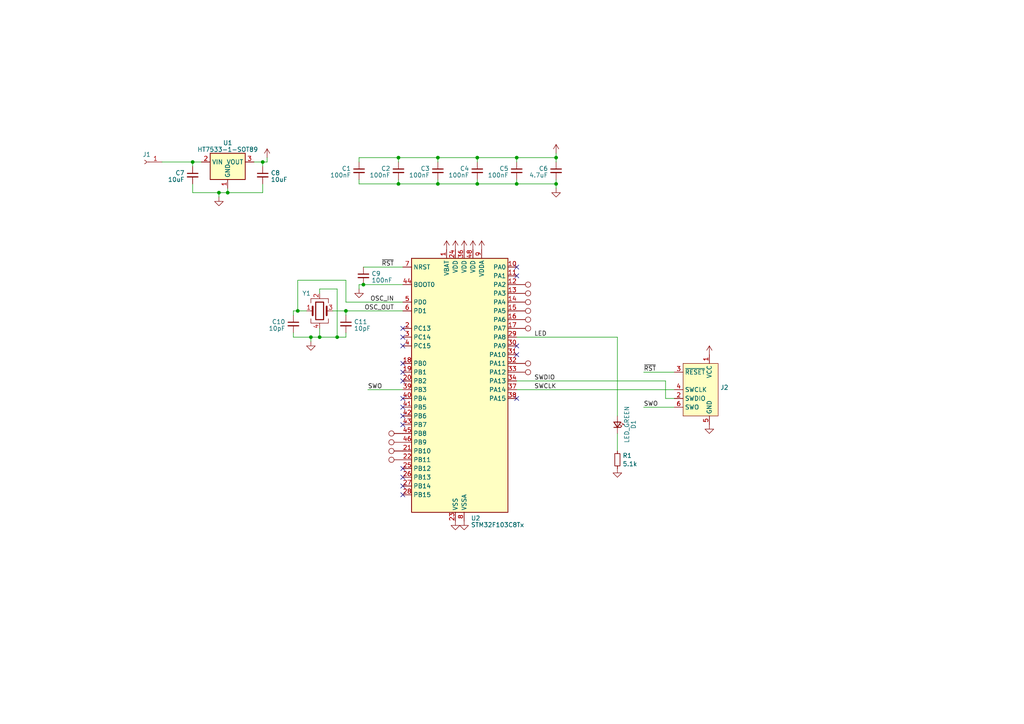
<source format=kicad_sch>
(kicad_sch (version 20231120) (generator "eeschema") (generator_version "8.0")
  (paper "A4")
  (lib_symbols
    (symbol "Connector:Conn_01x01_Socket" (pin_names (offset 1.016) hide)
      (property "Reference" "J" (at 0 2.54 0))
      (property "Value" "Conn_01x01_Socket" (at 0 -2.54 0))
      (symbol "Conn_01x01_Socket_1_1"
        (polyline (pts (xy -1.27 0) (xy -0.508 0)) (stroke (width 0.1524)))
        (arc (start 0 0.508) (mid -0.5058 0) (end 0 -0.508) (stroke (width 0.1524)))
        (pin passive line (at -5.08 0 0) (length 3.81) (name "Pin_1") (number "1"))
      )
    )
    (symbol "Connector:Conn_ARM_SWD_TagConnect_TC2030-NL" (in_bom no)
      (property "Reference" "J" (at 2.54 11.43 0))
      (property "Value" "Conn_ARM_SWD_TagConnect_TC2030-NL" (at 2.54 8.89 0))
      (symbol "Conn_ARM_SWD_TagConnect_TC2030-NL_0_0"
        (pin power_in line (at -2.54 10.16 270) (length 2.54) (name "VCC") (number "1"))
        (pin bidirectional line (at 7.62 -2.54 180) (length 2.54) (name "SWDIO") (number "2"))
        (pin open_collector line (at 7.62 5.08 180) (length 2.54) (name "~{RESET}") (number "3"))
        (pin output line (at 7.62 0 180) (length 2.54) (name "SWCLK") (number "4"))
        (pin power_in line (at -2.54 -10.16 90) (length 2.54) (name "GND") (number "5"))
        (pin input line (at 7.62 -5.08 180) (length 2.54) (name "SWO") (number "6"))
      )
      (symbol "Conn_ARM_SWD_TagConnect_TC2030-NL_0_1"
        (rectangle (start -5.08 7.62) (end 5.08 -7.62) (fill (type background)))
      )
    )
    (symbol "Connector:TestPoint" (pin_numbers hide) (pin_names (offset 0.762) hide)
      (property "Reference" "TP" (at 0 6.858 0))
      (property "Value" "TestPoint" (at 0 5.08 0))
      (symbol "TestPoint_0_1"
        (circle (center 0 3.302) (radius 0.762))
      )
      (symbol "TestPoint_1_1"
        (pin passive line (at 0 0 90) (length 2.54) (name "1") (number "1"))
      )
    )
    (symbol "Device:C_Small" (pin_numbers hide) (pin_names (offset 0.254) hide)
      (property "Reference" "C" (at 0.254 1.778 0))
      (property "Value" "C_Small" (at 0.254 -2.032 0))
      (symbol "C_Small_0_1"
        (polyline (pts (xy -1.524 -0.508) (xy 1.524 -0.508)) (stroke (width 0.3302)))
        (polyline (pts (xy -1.524 0.508) (xy 1.524 0.508)) (stroke (width 0.3048)))
      )
      (symbol "C_Small_1_1"
        (pin passive line (at 0 2.54 270) (length 2.032) (name "~") (number "1"))
        (pin passive line (at 0 -2.54 90) (length 2.032) (name "~") (number "2"))
      )
    )
    (symbol "Device:Crystal_GND24" (pin_names (offset 1.016) hide)
      (property "Reference" "Y" (at 3.175 5.08 0))
      (property "Value" "Crystal_GND24" (at 3.175 3.175 0))
      (symbol "Crystal_GND24_0_1"
        (rectangle (start -1.143 2.54) (end 1.143 -2.54) (stroke (width 0.3048)))
        (polyline (pts (xy -2.54 0) (xy -2.032 0)))
        (polyline (pts (xy -2.032 -1.27) (xy -2.032 1.27)) (stroke (width 0.508)))
        (polyline (pts (xy 0 -3.81) (xy 0 -3.556)))
        (polyline (pts (xy 0 3.556) (xy 0 3.81)))
        (polyline (pts (xy 2.032 -1.27) (xy 2.032 1.27)) (stroke (width 0.508)))
        (polyline (pts (xy 2.032 0) (xy 2.54 0)))
        (polyline (pts (xy -2.54 -2.286) (xy -2.54 -3.556) (xy 2.54 -3.556) (xy 2.54 -2.286)))
        (polyline (pts (xy -2.54 2.286) (xy -2.54 3.556) (xy 2.54 3.556) (xy 2.54 2.286)))
      )
      (symbol "Crystal_GND24_1_1"
        (pin passive line (at -3.81 0 0) (length 1.27) (name "1") (number "1"))
        (pin passive line (at 0 5.08 270) (length 1.27) (name "2") (number "2"))
        (pin passive line (at 3.81 0 180) (length 1.27) (name "3") (number "3"))
        (pin passive line (at 0 -5.08 90) (length 1.27) (name "4") (number "4"))
      )
    )
    (symbol "Device:LED_Small" (pin_numbers hide) (pin_names (offset 0.254) hide)
      (property "Reference" "D" (at -1.27 3.175 0))
      (property "Value" "LED_Small" (at -4.445 -2.54 0))
      (symbol "LED_Small_0_1"
        (polyline (pts (xy -0.762 -1.016) (xy -0.762 1.016)) (stroke (width 0.254)))
        (polyline (pts (xy 1.016 0) (xy -0.762 0)))
        (polyline (pts (xy 0.762 -1.016) (xy -0.762 0) (xy 0.762 1.016) (xy 0.762 -1.016)) (stroke (width 0.254)))
        (polyline (pts (xy 0 0.762) (xy -0.508 1.27) (xy -0.254 1.27) (xy -0.508 1.27) (xy -0.508 1.016)))
        (polyline (pts (xy 0.508 1.27) (xy 0 1.778) (xy 0.254 1.778) (xy 0 1.778) (xy 0 1.524)))
      )
      (symbol "LED_Small_1_1"
        (pin passive line (at -2.54 0 0) (length 1.778) (name "K") (number "1"))
        (pin passive line (at 2.54 0 180) (length 1.778) (name "A") (number "2"))
      )
    )
    (symbol "Device:R_Small" (pin_numbers hide) (pin_names (offset 0.254) hide)
      (property "Reference" "R" (at 0.762 0.508 0))
      (property "Value" "R_Small" (at 0.762 -1.016 0))
      (symbol "R_Small_0_1"
        (rectangle (start -0.762 1.778) (end 0.762 -1.778) (stroke (width 0.2032)))
      )
      (symbol "R_Small_1_1"
        (pin passive line (at 0 2.54 270) (length 0.762) (name "~") (number "1"))
        (pin passive line (at 0 -2.54 90) (length 0.762) (name "~") (number "2"))
      )
    )
    (symbol "MCU_ST_STM32F1:STM32F103C8Tx"
      (property "Reference" "U" (at -12.7 39.37 0))
      (property "Value" "STM32F103C8Tx" (at 10.16 39.37 0))
      (symbol "STM32F103C8Tx_0_1"
        (rectangle (start -12.7 -35.56) (end 15.24 38.1) (stroke (width 0.254)) (fill (type background)))
      )
      (symbol "STM32F103C8Tx_1_1"
        (pin power_in line (at -2.54 40.64 270) (length 2.54) (name "VBAT") (number "1"))
        (pin bidirectional line (at 17.78 35.56 180) (length 2.54) (name "PA0") (number "10"))
        (pin bidirectional line (at 17.78 33.02 180) (length 2.54) (name "PA1") (number "11"))
        (pin bidirectional line (at 17.78 30.48 180) (length 2.54) (name "PA2") (number "12"))
        (pin bidirectional line (at 17.78 27.94 180) (length 2.54) (name "PA3") (number "13"))
        (pin bidirectional line (at 17.78 25.4 180) (length 2.54) (name "PA4") (number "14"))
        (pin bidirectional line (at 17.78 22.86 180) (length 2.54) (name "PA5") (number "15"))
        (pin bidirectional line (at 17.78 20.32 180) (length 2.54) (name "PA6") (number "16"))
        (pin bidirectional line (at 17.78 17.78 180) (length 2.54) (name "PA7") (number "17"))
        (pin bidirectional line (at -15.24 7.62 0) (length 2.54) (name "PB0") (number "18"))
        (pin bidirectional line (at -15.24 5.08 0) (length 2.54) (name "PB1") (number "19"))
        (pin bidirectional line (at -15.24 17.78 0) (length 2.54) (name "PC13") (number "2"))
        (pin bidirectional line (at -15.24 2.54 0) (length 2.54) (name "PB2") (number "20"))
        (pin bidirectional line (at -15.24 -17.78 0) (length 2.54) (name "PB10") (number "21"))
        (pin bidirectional line (at -15.24 -20.32 0) (length 2.54) (name "PB11") (number "22"))
        (pin power_in line (at 0 -38.1 90) (length 2.54) (name "VSS") (number "23"))
        (pin power_in line (at 0 40.64 270) (length 2.54) (name "VDD") (number "24"))
        (pin bidirectional line (at -15.24 -22.86 0) (length 2.54) (name "PB12") (number "25"))
        (pin bidirectional line (at -15.24 -25.4 0) (length 2.54) (name "PB13") (number "26"))
        (pin bidirectional line (at -15.24 -27.94 0) (length 2.54) (name "PB14") (number "27"))
        (pin bidirectional line (at -15.24 -30.48 0) (length 2.54) (name "PB15") (number "28"))
        (pin bidirectional line (at 17.78 15.24 180) (length 2.54) (name "PA8") (number "29"))
        (pin bidirectional line (at -15.24 15.24 0) (length 2.54) (name "PC14") (number "3"))
        (pin bidirectional line (at 17.78 12.7 180) (length 2.54) (name "PA9") (number "30"))
        (pin bidirectional line (at 17.78 10.16 180) (length 2.54) (name "PA10") (number "31"))
        (pin bidirectional line (at 17.78 7.62 180) (length 2.54) (name "PA11") (number "32"))
        (pin bidirectional line (at 17.78 5.08 180) (length 2.54) (name "PA12") (number "33"))
        (pin bidirectional line (at 17.78 2.54 180) (length 2.54) (name "PA13") (number "34"))
        (pin passive line (at 0 -38.1 90) (length 2.54) hide (name "VSS") (number "35"))
        (pin power_in line (at 2.54 40.64 270) (length 2.54) (name "VDD") (number "36"))
        (pin bidirectional line (at 17.78 0 180) (length 2.54) (name "PA14") (number "37"))
        (pin bidirectional line (at 17.78 -2.54 180) (length 2.54) (name "PA15") (number "38"))
        (pin bidirectional line (at -15.24 0 0) (length 2.54) (name "PB3") (number "39"))
        (pin bidirectional line (at -15.24 12.7 0) (length 2.54) (name "PC15") (number "4"))
        (pin bidirectional line (at -15.24 -2.54 0) (length 2.54) (name "PB4") (number "40"))
        (pin bidirectional line (at -15.24 -5.08 0) (length 2.54) (name "PB5") (number "41"))
        (pin bidirectional line (at -15.24 -7.62 0) (length 2.54) (name "PB6") (number "42"))
        (pin bidirectional line (at -15.24 -10.16 0) (length 2.54) (name "PB7") (number "43"))
        (pin input line (at -15.24 30.48 0) (length 2.54) (name "BOOT0") (number "44"))
        (pin bidirectional line (at -15.24 -12.7 0) (length 2.54) (name "PB8") (number "45"))
        (pin bidirectional line (at -15.24 -15.24 0) (length 2.54) (name "PB9") (number "46"))
        (pin passive line (at 0 -38.1 90) (length 2.54) hide (name "VSS") (number "47"))
        (pin power_in line (at 5.08 40.64 270) (length 2.54) (name "VDD") (number "48"))
        (pin bidirectional line (at -15.24 25.4 0) (length 2.54) (name "PD0") (number "5"))
        (pin bidirectional line (at -15.24 22.86 0) (length 2.54) (name "PD1") (number "6"))
        (pin input line (at -15.24 35.56 0) (length 2.54) (name "NRST") (number "7"))
        (pin power_in line (at 2.54 -38.1 90) (length 2.54) (name "VSSA") (number "8"))
        (pin power_in line (at 7.62 40.64 270) (length 2.54) (name "VDDA") (number "9"))
      )
    )
    (symbol "Regulator_Linear:HT75xx-1-SOT89"
      (property "Reference" "U" (at -5.08 -3.81 0))
      (property "Value" "HT75xx-1-SOT89" (at 0 6.35 0))
      (symbol "HT75xx-1-SOT89_0_1"
        (rectangle (start -5.08 5.08) (end 5.08 -2.54) (stroke (width 0.254)) (fill (type background)))
      )
      (symbol "HT75xx-1-SOT89_1_1"
        (pin power_in line (at 0 -5.08 90) (length 2.54) (name "GND") (number "1"))
        (pin power_in line (at -7.62 2.54 0) (length 2.54) (name "VIN") (number "2"))
        (pin power_out line (at 7.62 2.54 180) (length 2.54) (name "VOUT") (number "3"))
      )
    )
    (symbol "power:GND" (power) (pin_names (offset 0))
      (property "Value" "GND" (at 0 -3.81 0))
      (symbol "GND_0_1"
        (polyline (pts (xy 0 0) (xy 0 -1.27) (xy 1.27 -1.27) (xy 0 -2.54) (xy -1.27 -1.27) (xy 0 -1.27)))
      )
      (symbol "GND_1_1"
        (pin power_in line (at 0 0 270) (length 0) hide (name "GND") (number "1"))
      )
    )
    (symbol "power:VCC" (power) (pin_names (offset 0))
      (property "Value" "VCC" (at 0 3.81 0))
      (symbol "VCC_0_1"
        (polyline (pts (xy -0.762 1.27) (xy 0 2.54)))
        (polyline (pts (xy 0 0) (xy 0 2.54)))
        (polyline (pts (xy 0 2.54) (xy 0.762 1.27)))
      )
      (symbol "VCC_1_1"
        (pin power_in line (at 0 0 90) (length 0) hide (name "VCC") (number "1"))
      )
    )
  )
  (junction (at 90.17 97.79))
  (junction (at 161.29 45.72))
  (junction (at 149.86 45.72))
  (junction (at 76.2 46.99))
  (junction (at 149.86 53.34))
  (junction (at 138.43 45.72))
  (junction (at 115.57 53.34))
  (junction (at 97.79 97.79))
  (junction (at 138.43 53.34))
  (junction (at 55.88 46.99))
  (junction (at 92.71 97.79))
  (junction (at 100.33 90.17))
  (junction (at 115.57 45.72))
  (junction (at 86.36 90.17))
  (junction (at 66.04 55.88))
  (junction (at 127 53.34))
  (junction (at 161.29 53.34))
  (junction (at 105.41 82.55))
  (junction (at 63.5 55.88))
  (junction (at 127 45.72))
  (no_connect (at 116.84 97.79))
  (no_connect (at 149.86 80.01))
  (no_connect (at 116.84 107.95))
  (no_connect (at 149.86 102.87))
  (no_connect (at 116.84 138.43))
  (no_connect (at 116.84 100.33))
  (no_connect (at 116.84 115.57))
  (no_connect (at 116.84 123.19))
  (no_connect (at 116.84 118.11))
  (no_connect (at 116.84 105.41))
  (no_connect (at 116.84 135.89))
  (no_connect (at 149.86 77.47))
  (no_connect (at 116.84 143.51))
  (no_connect (at 116.84 110.49))
  (no_connect (at 149.86 100.33))
  (no_connect (at 116.84 140.97))
  (no_connect (at 116.84 120.65))
  (no_connect (at 149.86 115.57))
  (no_connect (at 116.84 95.25))
  (wire (pts (xy 63.5 55.88) (xy 63.5 57.15)))
  (wire (pts (xy 92.71 85.09) (xy 92.71 83.82)))
  (wire (pts (xy 66.04 55.88) (xy 66.04 54.61)))
  (wire (pts (xy 115.57 53.34) (xy 104.14 53.34)))
  (wire (pts (xy 86.36 90.17) (xy 86.36 81.28)))
  (wire (pts (xy 161.29 53.34) (xy 161.29 54.61)))
  (wire (pts (xy 106.68 113.03) (xy 116.84 113.03)))
  (wire (pts (xy 138.43 53.34) (xy 127 53.34)))
  (wire (pts (xy 105.41 77.47) (xy 116.84 77.47)))
  (wire (pts (xy 104.14 82.55) (xy 104.14 83.82)))
  (wire (pts (xy 115.57 45.72) (xy 115.57 46.99)))
  (wire (pts (xy 55.88 46.99) (xy 55.88 48.26)))
  (wire (pts (xy 161.29 52.07) (xy 161.29 53.34)))
  (wire (pts (xy 100.33 81.28) (xy 86.36 81.28)))
  (wire (pts (xy 55.88 55.88) (xy 63.5 55.88)))
  (wire (pts (xy 86.36 90.17) (xy 88.9 90.17)))
  (wire (pts (xy 100.33 90.17) (xy 100.33 91.44)))
  (wire (pts (xy 90.17 97.79) (xy 92.71 97.79)))
  (wire (pts (xy 193.04 115.57) (xy 195.58 115.57)))
  (wire (pts (xy 85.09 96.52) (xy 85.09 97.79)))
  (wire (pts (xy 96.52 90.17) (xy 100.33 90.17)))
  (wire (pts (xy 55.88 53.34) (xy 55.88 55.88)))
  (wire (pts (xy 97.79 83.82) (xy 97.79 97.79)))
  (wire (pts (xy 76.2 55.88) (xy 66.04 55.88)))
  (wire (pts (xy 105.41 82.55) (xy 104.14 82.55)))
  (wire (pts (xy 161.29 45.72) (xy 161.29 46.99)))
  (wire (pts (xy 179.07 125.73) (xy 179.07 130.81)))
  (wire (pts (xy 58.42 46.99) (xy 55.88 46.99)))
  (wire (pts (xy 138.43 45.72) (xy 138.43 46.99)))
  (wire (pts (xy 127 45.72) (xy 115.57 45.72)))
  (wire (pts (xy 138.43 52.07) (xy 138.43 53.34)))
  (wire (pts (xy 127 52.07) (xy 127 53.34)))
  (wire (pts (xy 127 53.34) (xy 115.57 53.34)))
  (wire (pts (xy 85.09 90.17) (xy 86.36 90.17)))
  (wire (pts (xy 186.69 107.95) (xy 195.58 107.95)))
  (wire (pts (xy 149.86 45.72) (xy 149.86 46.99)))
  (wire (pts (xy 115.57 52.07) (xy 115.57 53.34)))
  (wire (pts (xy 92.71 83.82) (xy 97.79 83.82)))
  (wire (pts (xy 149.86 110.49) (xy 193.04 110.49)))
  (wire (pts (xy 76.2 46.99) (xy 77.47 46.99)))
  (wire (pts (xy 149.86 45.72) (xy 138.43 45.72)))
  (wire (pts (xy 76.2 46.99) (xy 76.2 48.26)))
  (wire (pts (xy 193.04 110.49) (xy 193.04 115.57)))
  (wire (pts (xy 100.33 87.63) (xy 116.84 87.63)))
  (wire (pts (xy 90.17 97.79) (xy 90.17 99.06)))
  (wire (pts (xy 100.33 90.17) (xy 116.84 90.17)))
  (wire (pts (xy 161.29 44.45) (xy 161.29 45.72)))
  (wire (pts (xy 85.09 97.79) (xy 90.17 97.79)))
  (wire (pts (xy 115.57 45.72) (xy 104.14 45.72)))
  (wire (pts (xy 92.71 97.79) (xy 97.79 97.79)))
  (wire (pts (xy 149.86 52.07) (xy 149.86 53.34)))
  (wire (pts (xy 77.47 46.99) (xy 77.47 45.72)))
  (wire (pts (xy 46.99 46.99) (xy 55.88 46.99)))
  (wire (pts (xy 149.86 97.79) (xy 179.07 97.79)))
  (wire (pts (xy 186.69 118.11) (xy 195.58 118.11)))
  (wire (pts (xy 100.33 96.52) (xy 100.33 97.79)))
  (wire (pts (xy 138.43 45.72) (xy 127 45.72)))
  (wire (pts (xy 179.07 97.79) (xy 179.07 120.65)))
  (wire (pts (xy 97.79 97.79) (xy 100.33 97.79)))
  (wire (pts (xy 76.2 53.34) (xy 76.2 55.88)))
  (wire (pts (xy 63.5 55.88) (xy 66.04 55.88)))
  (wire (pts (xy 161.29 53.34) (xy 149.86 53.34)))
  (wire (pts (xy 92.71 95.25) (xy 92.71 97.79)))
  (wire (pts (xy 149.86 53.34) (xy 138.43 53.34)))
  (wire (pts (xy 100.33 87.63) (xy 100.33 81.28)))
  (wire (pts (xy 104.14 53.34) (xy 104.14 52.07)))
  (wire (pts (xy 73.66 46.99) (xy 76.2 46.99)))
  (wire (pts (xy 104.14 45.72) (xy 104.14 46.99)))
  (wire (pts (xy 127 45.72) (xy 127 46.99)))
  (wire (pts (xy 116.84 82.55) (xy 105.41 82.55)))
  (wire (pts (xy 149.86 113.03) (xy 195.58 113.03)))
  (wire (pts (xy 85.09 90.17) (xy 85.09 91.44)))
  (wire (pts (xy 161.29 45.72) (xy 149.86 45.72)))
  (label "SWCLK" (at 154.94 113.03 0))
  (label "OSC_OUT" (at 114.3 90.17 180))
  (label "SWO" (at 106.68 113.03 0))
  (label "LED" (at 154.94 97.79 0))
  (label "SWO" (at 186.69 118.11 0))
  (label "~{RST}" (at 186.69 107.95 0))
  (label "~{RST}" (at 114.3 77.47 180))
  (label "OSC_IN" (at 114.3 87.63 180))
  (label "SWDIO" (at 154.94 110.49 0))
  (symbol (lib_id "Device:C_Small") (at 100.33 93.98 0) (unit 1)
    (property "Reference" "C11" (at 102.6541 93.3426 0) (effects (justify left)))
    (property "Value" "10pF" (at 102.6541 95.2636 0) (effects (justify left)))
    (property "Footprint" "Capacitor_SMD:C_0402_1005Metric" (effects (hide yes)))
  )
  (symbol (lib_id "Connector:TestPoint") (at 149.86 85.09 270) (unit 1)
    (property "Reference" "TP2" (effects (hide yes)))
    (property "Value" "TestPoint" (effects (hide yes)))
  )
  (symbol (lib_id "Connector:Conn_01x01_Socket") (at 41.91 46.99 180) (unit 1)
    (property "Reference" "J1" (at 42.545 44.8127 0))
    (property "Value" "Conn_01x01_Socket" (effects (hide yes)))
  )
  (symbol (lib_id "Connector:TestPoint") (at 149.86 87.63 270) (unit 1)
    (property "Reference" "TP3" (effects (hide yes)))
    (property "Value" "TestPoint" (effects (hide yes)))
  )
  (symbol (lib_id "Regulator_Linear:HT75xx-1-SOT89") (at 66.04 49.53 0) (unit 1)
    (property "Reference" "U1" (at 66.04 41.4401 0))
    (property "Value" "HT7533-1-SOT89" (at 66.04 43.3611 0))
    (property "Footprint" "Package_TO_SOT_SMD:SOT-89-3" (effects (hide yes)))
    (property "Datasheet" "https://www.holtek.com/documents/10179/116711/HT75xx-1v250.pdf" (effects (hide yes)))
  )
  (symbol (lib_id "power:VCC") (at 137.16 72.39 0) (unit 1)
    (property "Reference" "#PWR08" (effects (hide yes)))
    (property "Value" "VCC" (effects (hide yes)))
  )
  (symbol (lib_id "power:GND") (at 63.5 57.15 0) (unit 1)
    (property "Reference" "#PWR04" (effects (hide yes)))
    (property "Value" "GND" (effects (hide yes)))
  )
  (symbol (lib_id "power:GND") (at 161.29 54.61 0) (mirror y) (unit 1)
    (property "Reference" "#PWR03" (effects (hide yes)))
    (property "Value" "GND" (effects (hide yes)))
  )
  (symbol (lib_id "Device:C_Small") (at 138.43 49.53 0) (mirror y) (unit 1)
    (property "Reference" "C4" (at 136.1059 48.8926 0) (effects (justify left)))
    (property "Value" "100nF" (at 136.1059 50.8136 0) (effects (justify left)))
    (property "Footprint" "Capacitor_SMD:C_0402_1005Metric" (effects (hide yes)))
  )
  (symbol (lib_id "MCU_ST_STM32F1:STM32F103C8Tx") (at 132.08 113.03 0) (unit 1)
    (property "Reference" "U2" (at 136.5759 150.3125 0) (effects (justify left)))
    (property "Value" "STM32F103C8Tx" (at 136.5759 152.2335 0) (effects (justify left)))
    (property "Footprint" "Package_QFP:LQFP-48_7x7mm_P0.5mm" (effects (hide yes)))
    (property "Datasheet" "https://www.st.com/resource/en/datasheet/stm32f103c8.pdf" (effects (hide yes)))
  )
  (symbol (lib_id "Device:C_Small") (at 85.09 93.98 0) (mirror y) (unit 1)
    (property "Reference" "C10" (at 82.7659 93.3426 0) (effects (justify left)))
    (property "Value" "10pF" (at 82.7659 95.2636 0) (effects (justify left)))
    (property "Footprint" "Capacitor_SMD:C_0402_1005Metric" (effects (hide yes)))
  )
  (symbol (lib_id "Device:C_Small") (at 55.88 50.8 0) (mirror y) (unit 1)
    (property "Reference" "C7" (at 53.5559 50.1626 0) (effects (justify left)))
    (property "Value" "10uF" (at 53.5559 52.0836 0) (effects (justify left)))
    (property "Footprint" "Capacitor_SMD:C_0805_2012Metric" (effects (hide yes)))
  )
  (symbol (lib_id "power:GND") (at 205.74 123.19 0) (unit 1)
    (property "Reference" "#PWR013" (effects (hide yes)))
    (property "Value" "GND" (effects (hide yes)))
  )
  (symbol (lib_id "Device:Crystal_GND24") (at 92.71 90.17 0) (unit 1)
    (property "Reference" "Y1" (at 88.9 85.09 0))
    (property "Value" "Crystal_GND24" (effects (hide yes)))
    (property "Footprint" "Crystal:Crystal_SMD_3225-4Pin_3.2x2.5mm" (effects (hide yes)))
  )
  (symbol (lib_id "Connector:TestPoint") (at 149.86 92.71 270) (unit 1)
    (property "Reference" "TP5" (effects (hide yes)))
    (property "Value" "TestPoint" (effects (hide yes)))
  )
  (symbol (lib_id "power:VCC") (at 161.29 44.45 0) (mirror y) (unit 1)
    (property "Reference" "#PWR01" (effects (hide yes)))
    (property "Value" "VCC" (effects (hide yes)))
  )
  (symbol (lib_id "power:VCC") (at 77.47 45.72 0) (unit 1)
    (property "Reference" "#PWR02" (effects (hide yes)))
    (property "Value" "VCC" (effects (hide yes)))
  )
  (symbol (lib_id "Connector:TestPoint") (at 149.86 82.55 270) (unit 1)
    (property "Reference" "TP1" (effects (hide yes)))
    (property "Value" "TestPoint" (effects (hide yes)))
  )
  (symbol (lib_id "power:VCC") (at 139.7 72.39 0) (unit 1)
    (property "Reference" "#PWR09" (effects (hide yes)))
    (property "Value" "VCC" (effects (hide yes)))
  )
  (symbol (lib_id "Device:C_Small") (at 161.29 49.53 0) (mirror y) (unit 1)
    (property "Reference" "C6" (at 158.9659 48.8926 0) (effects (justify left)))
    (property "Value" "4.7uF" (at 158.9659 50.8136 0) (effects (justify left)))
    (property "Footprint" "Capacitor_SMD:C_1206_3216Metric" (effects (hide yes)))
  )
  (symbol (lib_id "power:GND") (at 90.17 99.06 0) (unit 1)
    (property "Reference" "#PWR011" (effects (hide yes)))
    (property "Value" "GND" (effects (hide yes)))
  )
  (symbol (lib_id "Device:LED_Small") (at 179.07 123.19 270) (mirror x) (unit 1)
    (property "Reference" "D1" (at 183.7309 123.1265 0))
    (property "Value" "LED_GREEN" (at 181.8099 123.1265 0))
    (property "Footprint" "LED_SMD:LED_0603_1608Metric" (effects (hide yes)))
  )
  (symbol (lib_id "Device:R_Small") (at 179.07 133.35 0) (unit 1)
    (property "Reference" "R1" (at 180.5686 132.1379 0) (effects (justify left)))
    (property "Value" "5.1k" (at 180.5686 134.5621 0) (effects (justify left)))
    (property "Footprint" "Resistor_SMD:R_0402_1005Metric" (effects (hide yes)))
  )
  (symbol (lib_id "Device:C_Small") (at 76.2 50.8 0) (unit 1)
    (property "Reference" "C8" (at 78.5241 50.1626 0) (effects (justify left)))
    (property "Value" "10uF" (at 78.5241 52.0836 0) (effects (justify left)))
    (property "Footprint" "Capacitor_SMD:C_0805_2012Metric" (effects (hide yes)))
  )
  (symbol (lib_id "Connector:Conn_ARM_SWD_TagConnect_TC2030-NL") (at 203.2 113.03 0) (mirror y) (unit 1)
    (property "Reference" "J2" (at 208.915 112.3863 0) (effects (justify right)))
    (property "Value" "Conn_ARM_SWD_TagConnect_TC2030-NL" (effects (hide yes)))
    (property "Footprint" "Connector:Tag-Connect_TC2030-IDC-NL_2x03_P1.27mm_Vertical" (effects (hide yes)))
    (property "Datasheet" "https://www.tag-connect.com/wp-content/uploads/bsk-pdf-manager/TC2030-CTX_1.pdf" (effects (hide yes)))
  )
  (symbol (lib_id "Device:C_Small") (at 149.86 49.53 0) (mirror y) (unit 1)
    (property "Reference" "C5" (at 147.5359 48.8926 0) (effects (justify left)))
    (property "Value" "100nF" (at 147.5359 50.8136 0) (effects (justify left)))
    (property "Footprint" "Capacitor_SMD:C_0402_1005Metric" (effects (hide yes)))
  )
  (symbol (lib_id "Device:C_Small") (at 127 49.53 0) (mirror y) (unit 1)
    (property "Reference" "C3" (at 124.6759 48.8926 0) (effects (justify left)))
    (property "Value" "100nF" (at 124.6759 50.8136 0) (effects (justify left)))
    (property "Footprint" "Capacitor_SMD:C_0402_1005Metric" (effects (hide yes)))
  )
  (symbol (lib_id "power:VCC") (at 134.62 72.39 0) (unit 1)
    (property "Reference" "#PWR07" (effects (hide yes)))
    (property "Value" "VCC" (effects (hide yes)))
  )
  (symbol (lib_id "power:VCC") (at 205.74 102.87 0) (unit 1)
    (property "Reference" "#PWR012" (effects (hide yes)))
    (property "Value" "VCC" (effects (hide yes)))
  )
  (symbol (lib_id "Device:C_Small") (at 105.41 80.01 0) (unit 1)
    (property "Reference" "C9" (at 107.7341 79.3726 0) (effects (justify left)))
    (property "Value" "100nF" (at 107.7341 81.2936 0) (effects (justify left)))
    (property "Footprint" "Capacitor_SMD:C_0402_1005Metric" (effects (hide yes)))
  )
  (symbol (lib_id "Connector:TestPoint") (at 116.84 125.73 90) (unit 1)
    (property "Reference" "TP9" (effects (hide yes)))
    (property "Value" "TestPoint" (effects (hide yes)))
  )
  (symbol (lib_id "Connector:TestPoint") (at 149.86 90.17 270) (unit 1)
    (property "Reference" "TP4" (effects (hide yes)))
    (property "Value" "TestPoint" (effects (hide yes)))
  )
  (symbol (lib_id "power:GND") (at 132.08 151.13 0) (unit 1)
    (property "Reference" "#PWR015" (effects (hide yes)))
    (property "Value" "GND" (effects (hide yes)))
  )
  (symbol (lib_id "power:GND") (at 179.07 135.89 0) (unit 1)
    (property "Reference" "#PWR014" (effects (hide yes)))
    (property "Value" "GND" (effects (hide yes)))
  )
  (symbol (lib_id "power:VCC") (at 132.08 72.39 0) (unit 1)
    (property "Reference" "#PWR06" (effects (hide yes)))
    (property "Value" "VCC" (effects (hide yes)))
  )
  (symbol (lib_id "Connector:TestPoint") (at 116.84 130.81 90) (unit 1)
    (property "Reference" "TP11" (effects (hide yes)))
    (property "Value" "TestPoint" (effects (hide yes)))
  )
  (symbol (lib_id "Device:C_Small") (at 104.14 49.53 0) (mirror y) (unit 1)
    (property "Reference" "C1" (at 101.8159 48.8926 0) (effects (justify left)))
    (property "Value" "100nF" (at 101.8159 50.8136 0) (effects (justify left)))
    (property "Footprint" "Capacitor_SMD:C_0402_1005Metric" (effects (hide yes)))
  )
  (symbol (lib_id "Connector:TestPoint") (at 149.86 105.41 270) (unit 1)
    (property "Reference" "TP7" (effects (hide yes)))
    (property "Value" "TestPoint" (effects (hide yes)))
  )
  (symbol (lib_id "power:GND") (at 104.14 83.82 0) (unit 1)
    (property "Reference" "#PWR010" (effects (hide yes)))
    (property "Value" "GND" (effects (hide yes)))
  )
  (symbol (lib_id "Connector:TestPoint") (at 149.86 95.25 270) (unit 1)
    (property "Reference" "TP6" (effects (hide yes)))
    (property "Value" "TestPoint" (effects (hide yes)))
  )
  (symbol (lib_id "Connector:TestPoint") (at 116.84 133.35 90) (unit 1)
    (property "Reference" "TP12" (effects (hide yes)))
    (property "Value" "TestPoint" (effects (hide yes)))
  )
  (symbol (lib_id "Connector:TestPoint") (at 116.84 128.27 90) (unit 1)
    (property "Reference" "TP10" (effects (hide yes)))
    (property "Value" "TestPoint" (effects (hide yes)))
  )
  (symbol (lib_id "power:VCC") (at 129.54 72.39 0) (unit 1)
    (property "Reference" "#PWR05" (effects (hide yes)))
    (property "Value" "VCC" (effects (hide yes)))
  )
  (symbol (lib_id "Connector:TestPoint") (at 149.86 107.95 270) (unit 1)
    (property "Reference" "TP8" (effects (hide yes)))
    (property "Value" "TestPoint" (effects (hide yes)))
  )
  (symbol (lib_id "Device:C_Small") (at 115.57 49.53 0) (mirror y) (unit 1)
    (property "Reference" "C2" (at 113.2459 48.8926 0) (effects (justify left)))
    (property "Value" "100nF" (at 113.2459 50.8136 0) (effects (justify left)))
    (property "Footprint" "Capacitor_SMD:C_0402_1005Metric" (effects (hide yes)))
  )
  (symbol (lib_id "power:GND") (at 134.62 151.13 0) (unit 1)
    (property "Reference" "#PWR016" (effects (hide yes)))
    (property "Value" "GND" (effects (hide yes)))
  )
)
</source>
